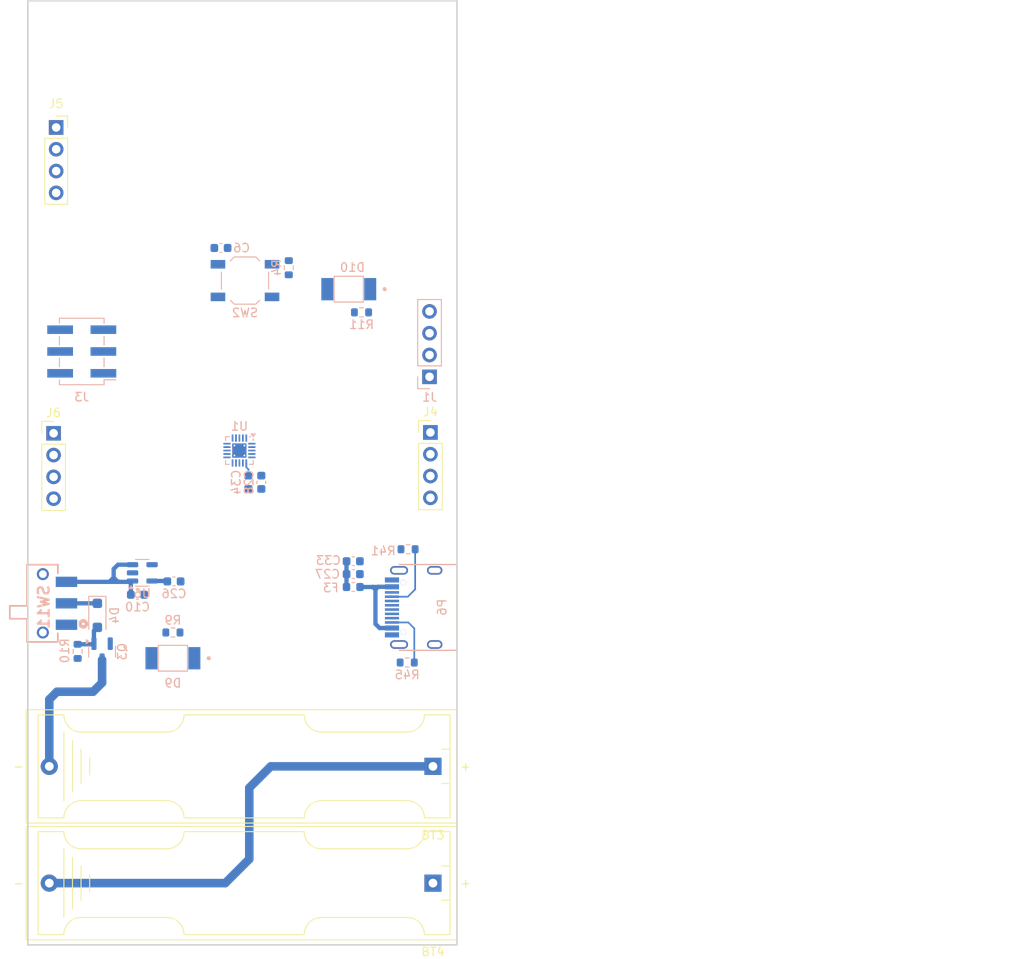
<source format=kicad_pcb>
(kicad_pcb (version 20241229) (generator "pcbnew") (generator_version "9.0")
  (layers (0 "F.Cu" signal) (2 "B.Cu" signal) (13 "F.Paste" user) (15 "B.Paste" user) (5 "F.SilkS" user "F.Silkscreen") (7 "B.SilkS" user "B.Silkscreen") (1 "F.Mask" user) (3 "B.Mask" user) (25 "Edge.Cuts" user))
  (net 0 "")
  (net 1 "GND")
  (net 2 "+3.3V")
  (net 3 "Net-(BT3--)")
  (net 4 "/NTST")
  (net 5 "Net-(SW11-A)")
  (net 6 "+3V3")
  (net 7 "VBUS")
  (net 8 "Net-(D4-K)")
  (net 9 "/LED1")
  (net 10 "Net-(D9-K)")
  (net 11 "/LED2")
  (net 12 "Net-(D10-K)")
  (net 13 "Net-(F3-Pad1)")
  (net 14 "/SWDIO")
  (net 15 "/SWCLK")
  (net 16 "/RX")
  (net 17 "/SDA")
  (net 18 "/SCL")
  (net 19 "/GPIO1")
  (net 20 "/GPIO2")
  (net 23 "Net-(P6-VCONN)")
  (net 25 "Net-(P6-CC)")
  (net 27 "+BATT")
  (net 28 "/TX")
  (footprint "Battery:BatteryHolder_Keystone_2466_1xAAA" (layer "F.Cu") (at 172.2 141.8 180)
    (property "Reference" "BT4" (at 0 -8 0) (layer "F.SilkS"))
    (property "Value" "Battery_Cell")
    (fp_line (start 47.4 6.6) (end 47.4 -6.6) (stroke (width 0.12)) (layer "F.SilkS"))
    (fp_line (start 47.4 -6.6) (end -2.8 -6.6) (stroke (width 0.12)) (layer "F.SilkS"))
    (fp_line (start 46 6) (end 43 6) (stroke (width 0.12)) (layer "F.SilkS"))
    (fp_line (start 46 -6) (end 46 6) (stroke (width 0.12)) (layer "F.SilkS"))
    (fp_line (start 46 -6) (end 43 -6) (stroke (width 0.12)) (layer "F.SilkS"))
    (fp_line (start 43 -4) (end 43 4) (stroke (width 0.12)) (layer "F.SilkS"))
    (fp_line (start 42 3) (end 42 -3) (stroke (width 0.12)) (layer "F.SilkS"))
    (fp_line (start 41 4) (end 31 4) (stroke (width 0.12)) (layer "F.SilkS"))
    (fp_line (start 41 -2) (end 41 2) (stroke (width 0.12)) (layer "F.SilkS"))
    (fp_line (start 41 -4) (end 31 -4) (stroke (width 0.12)) (layer "F.SilkS"))
    (fp_line (start 40 -1) (end 40 1) (stroke (width 0.12)) (layer "F.SilkS"))
    (fp_line (start 29 -6) (end 15 -6) (stroke (width 0.12)) (layer "F.SilkS"))
    (fp_line (start 15 6) (end 29 6) (stroke (width 0.12)) (layer "F.SilkS"))
    (fp_line (start 3 4) (end 13 4) (stroke (width 0.12)) (layer "F.SilkS"))
    (fp_line (start 3 -4) (end 13 -4) (stroke (width 0.12)) (layer "F.SilkS"))
    (fp_line (start -1 2) (end -2 2) (stroke (width 0.12)) (layer "F.SilkS"))
    (fp_line (start -2 6) (end 1 6) (stroke (width 0.12)) (layer "F.SilkS"))
    (fp_line (start -2 -2) (end -1 -2) (stroke (width 0.12)) (layer "F.SilkS"))
    (fp_line (start -2 -6) (end 1 -6) (stroke (width 0.12)) (layer "F.SilkS"))
    (fp_line (start -2 -6) (end -2 6) (stroke (width 0.12)) (layer "F.SilkS"))
    (fp_line (start -2.8 6.6) (end 47.4 6.6) (stroke (width 0.12)) (layer "F.SilkS"))
    (fp_line (start -2.8 -6.6) (end -2.8 6.6) (stroke (width 0.12)) (layer "F.SilkS"))
    (fp_arc (start 43 -6) (mid 42.414214 -4.585786) (end 41 -4) (stroke (width 0.12)) (layer "F.SilkS"))
    (fp_arc (start 41 4) (mid 42.414214 4.585786) (end 43 6) (stroke (width 0.12)) (layer "F.SilkS"))
    (fp_arc (start 31 -4) (mid 29.585786 -4.585786) (end 29 -6) (stroke (width 0.12)) (layer "F.SilkS"))
    (fp_arc (start 29 6) (mid 29.585786 4.585786) (end 31 4) (stroke (width 0.12)) (layer "F.SilkS"))
    (fp_arc (start 15 -6) (mid 14.414214 -4.585786) (end 13 -4) (stroke (width 0.12)) (layer "F.SilkS"))
    (fp_arc (start 13 4) (mid 14.414214 4.585786) (end 15 6) (stroke (width 0.12)) (layer "F.SilkS"))
    (fp_arc (start 3 -4) (mid 1.585786 -4.585786) (end 1 -6) (stroke (width 0.12)) (layer "F.SilkS"))
    (fp_arc (start 1 6) (mid 1.585786 4.585786) (end 3 4) (stroke (width 0.12)) (layer "F.SilkS"))
    (fp_text user "+" (at -3.81 0 0) (layer "F.SilkS"))
    (fp_text user "-" (at 48.26 0 0) (layer "F.SilkS"))
    (pad "1" thru_hole rect (at 0 0 180) (size 2 2) (drill 1.02) (layers "*.Cu" "*.Mask") (net 1 "GND"))
    (pad "2" thru_hole circle (at 44.7 0 180) (size 2 2) (drill 1.02) (layers "*.Cu" "*.Mask") (net 3 "Net-(BT3--)"))
  )
  (footprint "Connector_PinHeader_2.54mm:PinHeader_1x04_P2.54mm_Vertical" (layer "F.Cu") (at 171.9 89.29)
    (property "Reference" "J4" (at 0 -2.38 0) (layer "F.SilkS"))
    (property "Value" "Conn_01x04_Pin")
    (fp_line (start -1.38 -1.38) (end 0 -1.38) (stroke (width 0.12)) (layer "F.SilkS"))
    (fp_line (start -1.38 0) (end -1.38 -1.38) (stroke (width 0.12)) (layer "F.SilkS"))
    (fp_line (start -1.38 1.27) (end -1.38 9) (stroke (width 0.12)) (layer "F.SilkS"))
    (fp_line (start -1.38 1.27) (end 1.38 1.27) (stroke (width 0.12)) (layer "F.SilkS"))
    (fp_line (start -1.38 9) (end 1.38 9) (stroke (width 0.12)) (layer "F.SilkS"))
    (fp_line (start 1.38 1.27) (end 1.38 9) (stroke (width 0.12)) (layer "F.SilkS"))
    (pad "1" thru_hole rect (at 0 0) (size 1.7 1.7) (drill 1) (layers "*.Cu" "*.Mask") (net 16 "/RX"))
    (pad "2" thru_hole circle (at 0 2.54) (size 1.7 1.7) (drill 1) (layers "*.Cu" "*.Mask") (net 16 "/RX"))
    (pad "3" thru_hole circle (at 0 5.08) (size 1.7 1.7) (drill 1) (layers "*.Cu" "*.Mask") (net 1 "GND"))
    (pad "4" thru_hole circle (at 0 7.62) (size 1.7 1.7) (drill 1) (layers "*.Cu" "*.Mask") (net 1 "GND"))
  )
  (footprint "Connector_PinHeader_2.54mm:PinHeader_1x04_P2.54mm_Vertical" (layer "F.Cu") (at 128 89.39)
    (property "Reference" "J6" (at 0 -2.38 0) (layer "F.SilkS"))
    (property "Value" "Conn_01x04_Pin")
    (fp_line (start -1.38 -1.38) (end 0 -1.38) (stroke (width 0.12)) (layer "F.SilkS"))
    (fp_line (start -1.38 0) (end -1.38 -1.38) (stroke (width 0.12)) (layer "F.SilkS"))
    (fp_line (start -1.38 1.27) (end -1.38 9) (stroke (width 0.12)) (layer "F.SilkS"))
    (fp_line (start -1.38 1.27) (end 1.38 1.27) (stroke (width 0.12)) (layer "F.SilkS"))
    (fp_line (start -1.38 9) (end 1.38 9) (stroke (width 0.12)) (layer "F.SilkS"))
    (fp_line (start 1.38 1.27) (end 1.38 9) (stroke (width 0.12)) (layer "F.SilkS"))
    (pad "1" thru_hole rect (at 0 0) (size 1.7 1.7) (drill 1) (layers "*.Cu" "*.Mask") (net 28 "/TX"))
    (pad "2" thru_hole circle (at 0 2.54) (size 1.7 1.7) (drill 1) (layers "*.Cu" "*.Mask") (net 28 "/TX"))
    (pad "3" thru_hole circle (at 0 5.08) (size 1.7 1.7) (drill 1) (layers "*.Cu" "*.Mask") (net 1 "GND"))
    (pad "4" thru_hole circle (at 0 7.62) (size 1.7 1.7) (drill 1) (layers "*.Cu" "*.Mask") (net 1 "GND"))
  )
  (footprint "Connector_PinSocket_2.54mm:PinSocket_1x04_P2.54mm_Vertical" (layer "F.Cu") (at 128.3 53.76)
    (property "Reference" "J5" (at 0 -2.77 0) (layer "F.SilkS"))
    (property "Value" "I2C")
    (fp_line (start -1.33 1.27) (end -1.33 8.95) (stroke (width 0.12)) (layer "F.SilkS"))
    (fp_line (start -1.33 1.27) (end 1.33 1.27) (stroke (width 0.12)) (layer "F.SilkS"))
    (fp_line (start -1.33 8.95) (end 1.33 8.95) (stroke (width 0.12)) (layer "F.SilkS"))
    (fp_line (start 0 -1.33) (end 1.33 -1.33) (stroke (width 0.12)) (layer "F.SilkS"))
    (fp_line (start 1.33 -1.33) (end 1.33 0) (stroke (width 0.12)) (layer "F.SilkS"))
    (fp_line (start 1.33 1.27) (end 1.33 8.95) (stroke (width 0.12)) (layer "F.SilkS"))
    (pad "1" thru_hole rect (at 0 0) (size 1.7 1.7) (drill 1) (layers "*.Cu" "*.Mask") (net 17 "/SDA"))
    (pad "2" thru_hole circle (at 0 2.54) (size 1.7 1.7) (drill 1) (layers "*.Cu" "*.Mask") (net 18 "/SCL"))
    (pad "3" thru_hole circle (at 0 5.08) (size 1.7 1.7) (drill 1) (layers "*.Cu" "*.Mask") (net 2 "+3.3V"))
    (pad "4" thru_hole circle (at 0 7.62) (size 1.7 1.7) (drill 1) (layers "*.Cu" "*.Mask") (net 1 "GND"))
  )
  (footprint "Battery:BatteryHolder_Keystone_2466_1xAAA" (layer "F.Cu") (at 172.2 128.2 180)
    (property "Reference" "BT3" (at 0 -8 0) (layer "F.SilkS"))
    (property "Value" "Battery_Cell")
    (fp_line (start 47.4 6.6) (end 47.4 -6.6) (stroke (width 0.12)) (layer "F.SilkS"))
    (fp_line (start 47.4 -6.6) (end -2.8 -6.6) (stroke (width 0.12)) (layer "F.SilkS"))
    (fp_line (start 46 6) (end 43 6) (stroke (width 0.12)) (layer "F.SilkS"))
    (fp_line (start 46 -6) (end 46 6) (stroke (width 0.12)) (layer "F.SilkS"))
    (fp_line (start 46 -6) (end 43 -6) (stroke (width 0.12)) (layer "F.SilkS"))
    (fp_line (start 43 -4) (end 43 4) (stroke (width 0.12)) (layer "F.SilkS"))
    (fp_line (start 42 3) (end 42 -3) (stroke (width 0.12)) (layer "F.SilkS"))
    (fp_line (start 41 4) (end 31 4) (stroke (width 0.12)) (layer "F.SilkS"))
    (fp_line (start 41 -2) (end 41 2) (stroke (width 0.12)) (layer "F.SilkS"))
    (fp_line (start 41 -4) (end 31 -4) (stroke (width 0.12)) (layer "F.SilkS"))
    (fp_line (start 40 -1) (end 40 1) (stroke (width 0.12)) (layer "F.SilkS"))
    (fp_line (start 29 -6) (end 15 -6) (stroke (width 0.12)) (layer "F.SilkS"))
    (fp_line (start 15 6) (end 29 6) (stroke (width 0.12)) (layer "F.SilkS"))
    (fp_line (start 3 4) (end 13 4) (stroke (width 0.12)) (layer "F.SilkS"))
    (fp_line (start 3 -4) (end 13 -4) (stroke (width 0.12)) (layer "F.SilkS"))
    (fp_line (start -1 2) (end -2 2) (stroke (width 0.12)) (layer "F.SilkS"))
    (fp_line (start -2 6) (end 1 6) (stroke (width 0.12)) (layer "F.SilkS"))
    (fp_line (start -2 -2) (end -1 -2) (stroke (width 0.12)) (layer "F.SilkS"))
    (fp_line (start -2 -6) (end 1 -6) (stroke (width 0.12)) (layer "F.SilkS"))
    (fp_line (start -2 -6) (end -2 6) (stroke (width 0.12)) (layer "F.SilkS"))
    (fp_line (start -2.8 6.6) (end 47.4 6.6) (stroke (width 0.12)) (layer "F.SilkS"))
    (fp_line (start -2.8 -6.6) (end -2.8 6.6) (stroke (width 0.12)) (layer "F.SilkS"))
    (fp_arc (start 43 -6) (mid 42.414214 -4.585786) (end 41 -4) (stroke (width 0.12)) (layer "F.SilkS"))
    (fp_arc (start 41 4) (mid 42.414214 4.585786) (end 43 6) (stroke (width 0.12)) (layer "F.SilkS"))
    (fp_arc (start 31 -4) (mid 29.585786 -4.585786) (end 29 -6) (stroke (width 0.12)) (layer "F.SilkS"))
    (fp_arc (start 29 6) (mid 29.585786 4.585786) (end 31 4) (stroke (width 0.12)) (layer "F.SilkS"))
    (fp_arc (start 15 -6) (mid 14.414214 -4.585786) (end 13 -4) (stroke (width 0.12)) (layer "F.SilkS"))
    (fp_arc (start 13 4) (mid 14.414214 4.585786) (end 15 6) (stroke (width 0.12)) (layer "F.SilkS"))
    (fp_arc (start 3 -4) (mid 1.585786 -4.585786) (end 1 -6) (stroke (width 0.12)) (layer "F.SilkS"))
    (fp_arc (start 1 6) (mid 1.585786 4.585786) (end 3 4) (stroke (width 0.12)) (layer "F.SilkS"))
    (fp_text user "+" (at -3.81 0 0) (layer "F.SilkS"))
    (fp_text user "-" (at 48.26 0 0) (layer "F.SilkS"))
    (pad "1" thru_hole rect (at 0 0 180) (size 2 2) (drill 1.02) (layers "*.Cu" "*.Mask") (net 3 "Net-(BT3--)"))
    (pad "2" thru_hole circle (at 44.7 0 180) (size 2 2) (drill 1.02) (layers "*.Cu" "*.Mask") (net 27 "+BATT"))
  )
  (footprint "Resistor_SMD:R_0603_1608Metric" (layer "B.Cu") (at 169.2 116.1)
    (property "Reference" "R45" (at 0 1.43 0) (layer "B.SilkS") (effects (justify mirror)))
    (property "Value" "5k1")
    (fp_line (start -0.237258 -0.5225) (end 0.237258 -0.5225) (stroke (width 0.12)) (layer "B.SilkS"))
    (fp_line (start -0.237258 0.5225) (end 0.237258 0.5225) (stroke (width 0.12)) (layer "B.SilkS"))
    (pad "1" smd roundrect (at -0.825 0) (size 0.8 0.95) (layers "B.Cu" "B.Mask" "B.Paste") (net 1 "GND"))
    (pad "2" smd roundrect (at 0.825 0) (size 0.8 0.95) (layers "B.Cu" "B.Mask" "B.Paste") (net 23 "Net-(P6-VCONN)"))
  )
  (footprint "Package_DFN_QFN:QFN-20-1EP_3x3mm_P0.4mm_EP1.65x1.65mm_ThermalVias" (layer "B.Cu") (at 149.65 91.4 180)
    (property "Reference" "U1" (at 0 2.83 0) (layer "B.SilkS") (effects (justify mirror)))
    (property "Value" "PY32F030F28U6TR")
    (fp_line (start 1.61 1.61) (end 1.61 1.16) (stroke (width 0.12)) (layer "B.SilkS"))
    (fp_line (start 1.61 -1.61) (end 1.61 -1.16) (stroke (width 0.12)) (layer "B.SilkS"))
    (fp_line (start 1.16 1.61) (end 1.61 1.61) (stroke (width 0.12)) (layer "B.SilkS"))
    (fp_line (start 1.16 -1.61) (end 1.61 -1.61) (stroke (width 0.12)) (layer "B.SilkS"))
    (fp_line (start -1.16 1.61) (end -1.31 1.61) (stroke (width 0.12)) (layer "B.SilkS"))
    (fp_line (start -1.16 -1.61) (end -1.61 -1.61) (stroke (width 0.12)) (layer "B.SilkS"))
    (fp_line (start -1.61 1.16) (end -1.61 1.37) (stroke (width 0.12)) (layer "B.SilkS"))
    (fp_line (start -1.61 -1.61) (end -1.61 -1.16) (stroke (width 0.12)) (layer "B.SilkS"))
    (fp_poly (pts (xy -1.61 1.61) (xy -1.85 1.94) (xy -1.37 1.94)) (stroke (width 0.12)) (fill yes) (layer "B.SilkS"))
    (pad "1" smd roundrect (at -1.45 0.8 180) (size 0.85 0.2) (layers "B.Cu" "B.Mask" "B.Paste"))
    (pad "2" smd roundrect (at -1.45 0.4 180) (size 0.85 0.2) (layers "B.Cu" "B.Mask" "B.Paste") (net 9 "/LED1"))
    (pad "3" smd roundrect (at -1.45 0 180) (size 0.85 0.2) (layers "B.Cu" "B.Mask" "B.Paste") (net 11 "/LED2"))
    (pad "4" smd roundrect (at -1.45 -0.4 180) (size 0.85 0.2) (layers "B.Cu" "B.Mask" "B.Paste") (net 1 "GND"))
    (pad "5" smd roundrect (at -1.45 -0.8 180) (size 0.85 0.2) (layers "B.Cu" "B.Mask" "B.Paste"))
    (pad "6" smd roundrect (at -0.8 -1.45 180) (size 0.2 0.85) (layers "B.Cu" "B.Mask" "B.Paste") (net 2 "+3.3V"))
    (pad "7" smd roundrect (at -0.4 -1.45 180) (size 0.2 0.85) (layers "B.Cu" "B.Mask" "B.Paste") (net 14 "/SWDIO"))
    (pad "8" smd roundrect (at 0 -1.45 180) (size 0.2 0.85) (layers "B.Cu" "B.Mask" "B.Paste") (net 15 "/SWCLK"))
    (pad "9" smd roundrect (at 0.4 -1.45 180) (size 0.2 0.85) (layers "B.Cu" "B.Mask" "B.Paste"))
    (pad "10" smd roundrect (at 0.8 -1.45 180) (size 0.2 0.85) (layers "B.Cu" "B.Mask" "B.Paste"))
    (pad "11" smd roundrect (at 1.45 -0.8 180) (size 0.85 0.2) (layers "B.Cu" "B.Mask" "B.Paste"))
    (pad "12" smd roundrect (at 1.45 -0.4 180) (size 0.85 0.2) (layers "B.Cu" "B.Mask" "B.Paste"))
    (pad "13" smd roundrect (at 1.45 0 180) (size 0.85 0.2) (layers "B.Cu" "B.Mask" "B.Paste") (net 17 "/SDA"))
    (pad "14" smd roundrect (at 1.45 0.4 180) (size 0.85 0.2) (layers "B.Cu" "B.Mask" "B.Paste") (net 18 "/SCL"))
    (pad "15" smd roundrect (at 1.45 0.8 180) (size 0.85 0.2) (layers "B.Cu" "B.Mask" "B.Paste") (net 4 "/NTST"))
    (pad "16" smd roundrect (at 0.8 1.45 180) (size 0.2 0.85) (layers "B.Cu" "B.Mask" "B.Paste") (net 20 "/GPIO2"))
    (pad "17" smd roundrect (at 0.4 1.45 180) (size 0.2 0.85) (layers "B.Cu" "B.Mask" "B.Paste") (net 19 "/GPIO1"))
    (pad "18" smd roundrect (at 0 1.45 180) (size 0.2 0.85) (layers "B.Cu" "B.Mask" "B.Paste") (net 28 "/TX"))
    (pad "19" smd roundrect (at -0.4 1.45 180) (size 0.2 0.85) (layers "B.Cu" "B.Mask" "B.Paste") (net 16 "/RX"))
    (pad "20" smd roundrect (at -0.8 1.45 180) (size 0.2 0.85) (layers "B.Cu" "B.Mask" "B.Paste"))
    (pad "21" thru_hole circle (at -0.575 -0.575 180) (size 0.5 0.5) (drill 0.2) (property pad_prop_heatsink) (layers "*.Cu"))
    (pad "21" thru_hole circle (at -0.575 0.575 180) (size 0.5 0.5) (drill 0.2) (property pad_prop_heatsink) (layers "*.Cu"))
    (pad "21" smd rect (at 0 0 180) (size 1.65 1.65) (property pad_prop_heatsink) (layers "F.Cu"))
    (pad "21" smd rect (at 0 0 180) (size 1.65 1.65) (property pad_prop_heatsink) (layers "B.Cu" "B.Mask"))
    (pad "21" thru_hole circle (at 0.575 -0.575 180) (size 0.5 0.5) (drill 0.2) (property pad_prop_heatsink) (layers "*.Cu"))
    (pad "21" thru_hole circle (at 0.575 0.575 180) (size 0.5 0.5) (drill 0.2) (property pad_prop_heatsink) (layers "*.Cu"))
  )
  (footprint "Button_Switch_SMD:SW_SPST_TL3342" (layer "B.Cu") (at 150.3 71.6)
    (property "Reference" "SW2" (at 0 3.75 0) (layer "B.SilkS") (effects (justify mirror)))
    (property "Value" "RESET")
    (fp_line (start -2.75 1) (end -2.75 -1) (stroke (width 0.12)) (layer "B.SilkS"))
    (fp_line (start -1.7 -2.3) (end -1.25 -2.75) (stroke (width 0.12)) (layer "B.SilkS"))
    (fp_line (start -1.7 2.3) (end -1.25 2.75) (stroke (width 0.12)) (layer "B.SilkS"))
    (fp_line (start -1.25 -2.75) (end 1.25 -2.75) (stroke (width 0.12)) (layer "B.SilkS"))
    (fp_line (start -1.25 2.75) (end 1.25 2.75) (stroke (width 0.12)) (layer "B.SilkS"))
    (fp_line (start 1.7 -2.3) (end 1.25 -2.75) (stroke (width 0.12)) (layer "B.SilkS"))
    (fp_line (start 1.7 2.3) (end 1.25 2.75) (stroke (width 0.12)) (layer "B.SilkS"))
    (fp_line (start 2.75 1) (end 2.75 -1) (stroke (width 0.12)) (layer "B.SilkS"))
    (pad "1" smd rect (at -3.15 1.9) (size 1.7 1) (layers "B.Cu" "B.Mask" "B.Paste") (net 1 "GND"))
    (pad "1" smd rect (at 3.15 1.9) (size 1.7 1) (layers "B.Cu" "B.Mask" "B.Paste") (net 1 "GND"))
    (pad "2" smd rect (at -3.15 -1.9) (size 1.7 1) (layers "B.Cu" "B.Mask" "B.Paste") (net 4 "/NTST"))
    (pad "2" smd rect (at 3.15 -1.9) (size 1.7 1) (layers "B.Cu" "B.Mask" "B.Paste") (net 4 "/NTST"))
  )
  (footprint "Capacitor_SMD:C_0603_1608Metric" (layer "B.Cu") (at 152.2 95.1 -90)
    (property "Reference" "C28" (at 0 1.43 90) (layer "B.SilkS") (effects (justify mirror)))
    (property "Value" "10uF")
    (fp_line (start -0.14058 0.51) (end 0.14058 0.51) (stroke (width 0.12)) (layer "B.SilkS"))
    (fp_line (start -0.14058 -0.51) (end 0.14058 -0.51) (stroke (width 0.12)) (layer "B.SilkS"))
    (pad "1" smd roundrect (at -0.775 0 270) (size 0.9 0.95) (layers "B.Cu" "B.Mask" "B.Paste") (net 2 "+3.3V"))
    (pad "2" smd roundrect (at 0.775 0 270) (size 0.9 0.95) (layers "B.Cu" "B.Mask" "B.Paste") (net 1 "GND"))
  )
  (footprint "Package_TO_SOT_SMD:SOT-23" (layer "B.Cu") (at 133.65 114.8375 -90)
    (property "Reference" "Q3" (at 0 -2.35 90) (layer "B.SilkS") (effects (justify mirror)))
    (property "Value" "DMG3415U-7")
    (fp_line (start 0 1.56) (end -0.65 1.56) (stroke (width 0.12)) (layer "B.SilkS"))
    (fp_line (start 0 1.56) (end 0.65 1.56) (stroke (width 0.12)) (layer "B.SilkS"))
    (fp_line (start 0 -1.56) (end -0.65 -1.56) (stroke (width 0.12)) (layer "B.SilkS"))
    (fp_line (start 0 -1.56) (end 0.65 -1.56) (stroke (width 0.12)) (layer "B.SilkS"))
    (fp_poly (pts (xy -1.1625 1.51) (xy -1.4025 1.84) (xy -0.9225 1.84)) (stroke (width 0.12)) (fill yes) (layer "B.SilkS"))
    (pad "1" smd roundrect (at -0.9375 0.95 270) (size 1.475 0.6) (layers "B.Cu" "B.Mask" "B.Paste") (net 7 "VBUS"))
    (pad "2" smd roundrect (at -0.9375 -0.95 270) (size 1.475 0.6) (layers "B.Cu" "B.Mask" "B.Paste") (net 8 "Net-(D4-K)"))
    (pad "3" smd roundrect (at 0.9375 0 270) (size 1.475 0.6) (layers "B.Cu" "B.Mask" "B.Paste") (net 27 "+BATT"))
  )
  (footprint "Capacitor_SMD:C_0603_1608Metric" (layer "B.Cu") (at 142.025 106.65)
    (property "Reference" "C26" (at 0 1.43 0) (layer "B.SilkS") (effects (justify mirror)))
    (property "Value" "10uF")
    (fp_line (start -0.14058 -0.51) (end 0.14058 -0.51) (stroke (width 0.12)) (layer "B.SilkS"))
    (fp_line (start -0.14058 0.51) (end 0.14058 0.51) (stroke (width 0.12)) (layer "B.SilkS"))
    (pad "1" smd roundrect (at -0.775 0) (size 0.9 0.95) (layers "B.Cu" "B.Mask" "B.Paste") (net 6 "+3V3"))
    (pad "2" smd roundrect (at 0.775 0) (size 0.9 0.95) (layers "B.Cu" "B.Mask" "B.Paste") (net 1 "GND"))
  )
  (footprint "Capacitor_SMD:C_0603_1608Metric" (layer "B.Cu") (at 137.775 108.2)
    (property "Reference" "C10" (at 0 1.43 0) (layer "B.SilkS") (effects (justify mirror)))
    (property "Value" "10uF")
    (fp_line (start -0.14058 -0.51) (end 0.14058 -0.51) (stroke (width 0.12)) (layer "B.SilkS"))
    (fp_line (start -0.14058 0.51) (end 0.14058 0.51) (stroke (width 0.12)) (layer "B.SilkS"))
    (pad "1" smd roundrect (at -0.775 0) (size 0.9 0.95) (layers "B.Cu" "B.Mask" "B.Paste") (net 5 "Net-(SW11-A)"))
    (pad "2" smd roundrect (at 0.775 0) (size 0.9 0.95) (layers "B.Cu" "B.Mask" "B.Paste") (net 1 "GND"))
  )
  (footprint "Connector_PinHeader_2.54mm:PinHeader_1x04_P2.54mm_Vertical" (layer "B.Cu") (at 171.8 82.81)
    (property "Reference" "J1" (at 0 2.38 0) (layer "B.SilkS") (effects (justify mirror)))
    (property "Value" "SWDIO")
    (fp_line (start -1.38 -9) (end 1.38 -9) (stroke (width 0.12)) (layer "B.SilkS"))
    (fp_line (start -1.38 -1.27) (end -1.38 -9) (stroke (width 0.12)) (layer "B.SilkS"))
    (fp_line (start -1.38 -1.27) (end 1.38 -1.27) (stroke (width 0.12)) (layer "B.SilkS"))
    (fp_line (start -1.38 0) (end -1.38 1.38) (stroke (width 0.12)) (layer "B.SilkS"))
    (fp_line (start -1.38 1.38) (end 0 1.38) (stroke (width 0.12)) (layer "B.SilkS"))
    (fp_line (start 1.38 -1.27) (end 1.38 -9) (stroke (width 0.12)) (layer "B.SilkS"))
    (pad "1" thru_hole rect (at 0 0) (size 1.7 1.7) (drill 1) (layers "*.Cu" "*.Mask") (net 7 "VBUS"))
    (pad "2" thru_hole circle (at 0 -2.54) (size 1.7 1.7) (drill 1) (layers "*.Cu" "*.Mask") (net 14 "/SWDIO"))
    (pad "3" thru_hole circle (at 0 -5.08) (size 1.7 1.7) (drill 1) (layers "*.Cu" "*.Mask") (net 15 "/SWCLK"))
    (pad "4" thru_hole circle (at 0 -7.62) (size 1.7 1.7) (drill 1) (layers "*.Cu" "*.Mask") (net 1 "GND"))
  )
  (footprint "Resistor_SMD:R_0603_1608Metric" (layer "B.Cu") (at 155.4 70.1 -90)
    (property "Reference" "R4" (at 0 1.43 90) (layer "B.SilkS") (effects (justify mirror)))
    (property "Value" "10k")
    (fp_line (start -0.237258 0.5225) (end 0.237258 0.5225) (stroke (width 0.12)) (layer "B.SilkS"))
    (fp_line (start -0.237258 -0.5225) (end 0.237258 -0.5225) (stroke (width 0.12)) (layer "B.SilkS"))
    (pad "1" smd roundrect (at -0.825 0 270) (size 0.8 0.95) (layers "B.Cu" "B.Mask" "B.Paste") (net 4 "/NTST"))
    (pad "2" smd roundrect (at 0.825 0 270) (size 0.8 0.95) (layers "B.Cu" "B.Mask" "B.Paste") (net 6 "+3V3"))
  )
  (footprint "Diode_SMD:D_SOD-123F" (layer "B.Cu") (at 133.1 110.6 -90)
    (property "Reference" "D4" (at 0 -2 90) (layer "B.SilkS") (effects (justify mirror)))
    (property "Value" "MBR120")
    (fp_line (start -2.21 1) (end 1.65 1) (stroke (width 0.12)) (layer "B.SilkS"))
    (fp_line (start -2.21 1) (end -2.21 -1) (stroke (width 0.12)) (layer "B.SilkS"))
    (fp_line (start -2.21 -1) (end 1.65 -1) (stroke (width 0.12)) (layer "B.SilkS"))
    (pad "1" smd roundrect (at -1.4 0 270) (size 1.1 1.1) (layers "B.Cu" "B.Mask" "B.Paste") (roundrect_rratio 0.2272727273) (net 8 "Net-(D4-K)"))
    (pad "2" smd roundrect (at 1.4 0 270) (size 1.1 1.1) (layers "B.Cu" "B.Mask" "B.Paste") (roundrect_rratio 0.2272727273) (net 7 "VBUS"))
  )
  (footprint "Footprints:LYT77K-K2M1" (layer "B.Cu") (at 141.9 115.6 180)
    (property "Reference" "D9" (at 0 -2.9 0) (layer "B.SilkS") (effects (justify mirror)))
    (property "Value" "R_LED" (hide yes))
    (fp_line (start 1.7 1.5) (end 1.7 -1.5) (stroke (width 0.127)) (layer "B.SilkS"))
    (fp_line (start 1.7 -1.5) (end -1.7 -1.5) (stroke (width 0.127)) (layer "B.SilkS"))
    (fp_line (start -1.7 1.5) (end 1.7 1.5) (stroke (width 0.127)) (layer "B.SilkS"))
    (fp_line (start -1.7 -1.5) (end -1.7 1.5) (stroke (width 0.127)) (layer "B.SilkS"))
    (fp_circle (center -4.18 0) (end -4.06 0) (stroke (width 0.24)) (fill no) (layer "B.SilkS"))
    (pad "1" smd rect (at -2.5 0 180) (size 1.4 2.6) (layers "B.Cu" "B.Mask" "B.Paste") (net 10 "Net-(D9-K)"))
    (pad "2" smd rect (at 2.5 0 180) (size 1.4 2.6) (layers "B.Cu" "B.Mask" "B.Paste") (net 9 "/LED1"))
  )
  (footprint "Package_TO_SOT_SMD:SOT-23-5" (layer "B.Cu") (at 138.3375 105.65)
    (property "Reference" "U6" (at 0 2.4 0) (layer "B.SilkS") (effects (justify mirror)))
    (property "Value" "AP2112K-3.3")
    (fp_line (start 0 -1.56) (end -0.8 -1.56) (stroke (width 0.12)) (layer "B.SilkS"))
    (fp_line (start 0 -1.56) (end 0.8 -1.56) (stroke (width 0.12)) (layer "B.SilkS"))
    (fp_line (start 0 1.56) (end -0.8 1.56) (stroke (width 0.12)) (layer "B.SilkS"))
    (fp_line (start 0 1.56) (end 0.8 1.56) (stroke (width 0.12)) (layer "B.SilkS"))
    (fp_poly (pts (xy -1.3 1.51) (xy -1.54 1.84) (xy -1.06 1.84)) (stroke (width 0.12)) (fill yes) (layer "B.SilkS"))
    (pad "1" smd roundrect (at -1.1375 0.95) (size 1.325 0.6) (layers "B.Cu" "B.Mask" "B.Paste") (net 5 "Net-(SW11-A)"))
    (pad "2" smd roundrect (at -1.1375 0) (size 1.325 0.6) (layers "B.Cu" "B.Mask" "B.Paste") (net 1 "GND"))
    (pad "3" smd roundrect (at -1.1375 -0.95) (size 1.325 0.6) (layers "B.Cu" "B.Mask" "B.Paste") (net 5 "Net-(SW11-A)"))
    (pad "4" smd roundrect (at 1.1375 -0.95) (size 1.325 0.6) (layers "B.Cu" "B.Mask" "B.Paste"))
    (pad "5" smd roundrect (at 1.1375 0.95) (size 1.325 0.6) (layers "B.Cu" "B.Mask" "B.Paste") (net 6 "+3V3"))
  )
  (footprint "Fuse:Fuse_0603_1608Metric" (layer "B.Cu") (at 162.9125 107.3 180)
    (property "Reference" "F3" (at 2.6125 -0.1 0) (layer "B.SilkS") (effects (justify mirror)))
    (property "Value" "750mA")
    (fp_line (start -0.162779 0.51) (end 0.162779 0.51) (stroke (width 0.12)) (layer "B.SilkS"))
    (fp_line (start -0.162779 -0.51) (end 0.162779 -0.51) (stroke (width 0.12)) (layer "B.SilkS"))
    (pad "1" smd roundrect (at -0.7875 0 180) (size 0.875 0.95) (layers "B.Cu" "B.Mask" "B.Paste") (net 13 "Net-(F3-Pad1)"))
    (pad "2" smd roundrect (at 0.7875 0 180) (size 0.875 0.95) (layers "B.Cu" "B.Mask" "B.Paste") (net 7 "VBUS"))
  )
  (footprint "Capacitor_SMD:C_0603_1608Metric" (layer "B.Cu") (at 162.9125 104.3)
    (property "Reference" "C33" (at -2.9 -0.1 0) (layer "B.SilkS") (effects (justify mirror)))
    (property "Value" "100nF")
    (fp_line (start -0.14058 -0.51) (end 0.14058 -0.51) (stroke (width 0.12)) (layer "B.SilkS"))
    (fp_line (start -0.14058 0.51) (end 0.14058 0.51) (stroke (width 0.12)) (layer "B.SilkS"))
    (pad "1" smd roundrect (at -0.775 0) (size 0.9 0.95) (layers "B.Cu" "B.Mask" "B.Paste") (net 7 "VBUS"))
    (pad "2" smd roundrect (at 0.775 0) (size 0.9 0.95) (layers "B.Cu" "B.Mask" "B.Paste") (net 1 "GND"))
  )
  (footprint "Resistor_SMD:R_0603_1608Metric" (layer "B.Cu") (at 169.3 102.9)
    (property "Reference" "R41" (at -2.9 0.2 0) (layer "B.SilkS") (effects (justify mirror)))
    (property "Value" "5k1")
    (fp_line (start -0.237258 -0.5225) (end 0.237258 -0.5225) (stroke (width 0.12)) (layer "B.SilkS"))
    (fp_line (start -0.237258 0.5225) (end 0.237258 0.5225) (stroke (width 0.12)) (layer "B.SilkS"))
    (pad "1" smd roundrect (at -0.825 0) (size 0.8 0.95) (layers "B.Cu" "B.Mask" "B.Paste") (net 1 "GND"))
    (pad "2" smd roundrect (at 0.825 0) (size 0.8 0.95) (layers "B.Cu" "B.Mask" "B.Paste") (net 25 "Net-(P6-CC)"))
  )
  (footprint "Footprints:C393939" (layer "B.Cu") (at 168.25 109.68 -90)
    (property "Reference" "P6" (at -0.017333 -5.0083 90) (layer "B.SilkS") (effects (justify mirror)))
    (property "Value" "USB_C_Plug_USB2.0" (hide yes))
    (fp_line (start -5 0) (end -5 -6.75) (stroke (width 0.15)) (layer "B.SilkS"))
    (fp_line (start -5 -6.75) (end 5 -6.75) (stroke (width 0.15)) (layer "B.SilkS"))
    (fp_line (start 5 -6.75) (end 5 0) (stroke (width 0.15)) (layer "B.SilkS"))
    (pad "" thru_hole circle (at -2.89 -0.5 270) (size 0.65 0.65) (drill 0.65) (layers "*.Cu" "*.Mask"))
    (pad "" thru_hole circle (at 2.89 -0.5 270) (size 0.65 0.65) (drill 0.65) (layers "*.Cu" "*.Mask"))
    (pad "A1" smd rect (at -3.2 0.825 270) (size 0.6 1.65) (layers "B.Cu" "B.Mask" "B.Paste") (net 1 "GND"))
    (pad "A1" smd rect (at 3.2 0.825 270) (size 0.6 1.65) (layers "B.Cu" "B.Mask" "B.Paste") (net 1 "GND"))
    (pad "A4" smd rect (at -2.4 0.825 270) (size 0.6 1.65) (layers "B.Cu" "B.Mask" "B.Paste") (net 13 "Net-(F3-Pad1)"))
    (pad "A4" smd rect (at 2.4 0.825 270) (size 0.6 1.65) (layers "B.Cu" "B.Mask" "B.Paste") (net 13 "Net-(F3-Pad1)"))
    (pad "A5" smd rect (at -1.25 0.825 270) (size 0.3 1.65) (layers "B.Cu" "B.Mask" "B.Paste") (net 25 "Net-(P6-CC)"))
    (pad "A6" smd rect (at -0.25 0.825 270) (size 0.3 1.65) (layers "B.Cu" "B.Mask" "B.Paste"))
    (pad "A6" smd rect (at 0.75 0.825 270) (size 0.3 1.65) (layers "B.Cu" "B.Mask" "B.Paste"))
    (pad "A7" smd rect (at -0.75 0.825 270) (size 0.3 1.65) (layers "B.Cu" "B.Mask" "B.Paste"))
    (pad "A7" smd rect (at 0.25 0.825 270) (size 0.3 1.65) (layers "B.Cu" "B.Mask" "B.Paste"))
    (pad "A8" smd rect (at -1.75 0.825 270) (size 0.3 1.65) (layers "B.Cu" "B.Mask" "B.Paste"))
    (pad "B5" smd rect (at 1.75 0.825 270) (size 0.3 1.65) (layers "B.Cu" "B.Mask" "B.Paste") (net 23 "Net-(P6-VCONN)"))
    (pad "B8" smd rect (at 1.25 0.825 270) (size 0.3 1.65) (layers "B.Cu" "B.Mask" "B.Paste"))
    (pad "S1" thru_hole oval (at -4.32 -4.15 270) (size 1 1.8) (drill oval 0.6 1.4) (layers "*.Cu" "*.Mask") (net 1 "GND"))
    (pad "S1" thru_hole oval (at -4.32 0 270) (size 1 2.1) (drill oval 0.6 1.7) (layers "*.Cu" "*.Mask") (net 1 "GND"))
    (pad "S1" thru_hole oval (at 4.32 -4.15 270) (size 1 1.8) (drill oval 0.6 1.4) (layers "*.Cu" "*.Mask") (net 1 "GND"))
    (pad "S1" thru_hole oval (at 4.32 0 270) (size 1 2.1) (drill oval 0.6 1.7) (layers "*.Cu" "*.Mask") (net 1 "GND"))
  )
  (footprint "Capacitor_SMD:C_0603_1608Metric" (layer "B.Cu") (at 150.7 95.1 -90)
    (property "Reference" "C34" (at 0 1.43 90) (layer "B.SilkS") (effects (justify mirror)))
    (property "Value" "100nF")
    (fp_line (start -0.14058 0.51) (end 0.14058 0.51) (stroke (width 0.12)) (layer "B.SilkS"))
    (fp_line (start -0.14058 -0.51) (end 0.14058 -0.51) (stroke (width 0.12)) (layer "B.SilkS"))
    (pad "1" smd roundrect (at -0.775 0 270) (size 0.9 0.95) (layers "B.Cu" "B.Mask" "B.Paste") (net 2 "+3.3V"))
    (pad "2" smd roundrect (at 0.775 0 270) (size 0.9 0.95) (layers "B.Cu" "B.Mask" "B.Paste") (net 1 "GND"))
  )
  (footprint "Resistor_SMD:R_0603_1608Metric" (layer "B.Cu") (at 163.875 75.3)
    (property "Reference" "R11" (at 0 1.43 0) (layer "B.SilkS") (effects (justify mirror)))
    (property "Value" "220")
    (fp_line (start -0.237258 -0.5225) (end 0.237258 -0.5225) (stroke (width 0.12)) (layer "B.SilkS"))
    (fp_line (start -0.237258 0.5225) (end 0.237258 0.5225) (stroke (width 0.12)) (layer "B.SilkS"))
    (pad "1" smd roundrect (at -0.825 0) (size 0.8 0.95) (layers "B.Cu" "B.Mask" "B.Paste") (net 12 "Net-(D10-K)"))
    (pad "2" smd roundrect (at 0.825 0) (size 0.8 0.95) (layers "B.Cu" "B.Mask" "B.Paste") (net 1 "GND"))
  )
  (footprint "Resistor_SMD:R_0603_1608Metric" (layer "B.Cu") (at 141.9 112.6 180)
    (property "Reference" "R9" (at 0 1.43 0) (layer "B.SilkS") (effects (justify mirror)))
    (property "Value" "220")
    (fp_line (start -0.237258 0.5225) (end 0.237258 0.5225) (stroke (width 0.12)) (layer "B.SilkS"))
    (fp_line (start -0.237258 -0.5225) (end 0.237258 -0.5225) (stroke (width 0.12)) (layer "B.SilkS"))
    (pad "1" smd roundrect (at -0.825 0 180) (size 0.8 0.95) (layers "B.Cu" "B.Mask" "B.Paste") (net 10 "Net-(D9-K)"))
    (pad "2" smd roundrect (at 0.825 0 180) (size 0.8 0.95) (layers "B.Cu" "B.Mask" "B.Paste") (net 1 "GND"))
  )
  (footprint "Footprints:JS102011SAQN" (layer "B.Cu") (at 128.5 109.2 90)
    (property "Reference" "SW11" (at -0.43 -1.647 90) (layer "B.SilkS") (effects (font (size 1.27 1.27) (thickness 0.254)) (justify mirror)))
    (property "Value" "ON" (hide yes))
    (fp_line (start -0.3 -5.6) (end -0.3 -3.6) (stroke (width 0.2)) (layer "B.SilkS"))
    (fp_line (start -1.8 -5.6) (end -0.3 -5.6) (stroke (width 0.2)) (layer "B.SilkS"))
    (fp_line (start 4.5 -3.6) (end 4.5 0) (stroke (width 0.2)) (layer "B.SilkS"))
    (fp_line (start -0.3 -3.6) (end 4.5 -3.6) (stroke (width 0.2)) (layer "B.SilkS"))
    (fp_line (start -1.8 -3.6) (end -1.8 -5.6) (stroke (width 0.2)) (layer "B.SilkS"))
    (fp_line (start -4.5 -3.6) (end -1.8 -3.6) (stroke (width 0.2)) (layer "B.SilkS"))
    (fp_line (start 4.5 0) (end 3.5 0) (stroke (width 0.2)) (layer "B.SilkS"))
    (fp_line (start -4.5 0) (end -4.5 -3.6) (stroke (width 0.2)) (layer "B.SilkS"))
    (fp_line (start -4.5 0) (end -3.5 0) (stroke (width 0.2)) (layer "B.SilkS"))
    (fp_circle (center -2.399 2.96) (end -2.399 2.79585) (stroke (width 0.4)) (fill no) (layer "B.SilkS"))
    (pad "1" smd rect (at -2.5 1 90) (size 1.2 2.5) (layers "B.Cu" "B.Mask" "B.Paste"))
    (pad "2" smd rect (at 0 1 90) (size 1.2 2.5) (layers "B.Cu" "B.Mask" "B.Paste") (net 8 "Net-(D4-K)"))
    (pad "3" smd rect (at 2.5 1 90) (size 1.2 2.5) (layers "B.Cu" "B.Mask" "B.Paste") (net 5 "Net-(SW11-A)"))
    (pad "4" thru_hole circle (at -3.4 -1.75 90) (size 1.4 1.4) (drill 0.9) (layers "*.Cu" "*.Mask"))
    (pad "5" thru_hole circle (at 3.4 -1.75 90) (size 1.4 1.4) (drill 0.9) (layers "*.Cu" "*.Mask"))
  )
  (footprint "Capacitor_SMD:C_0603_1608Metric" (layer "B.Cu") (at 162.9125 105.8)
    (property "Reference" "C27" (at -3 0 0) (layer "B.SilkS") (effects (justify mirror)))
    (property "Value" "10uF")
    (fp_line (start -0.14058 -0.51) (end 0.14058 -0.51) (stroke (width 0.12)) (layer "B.SilkS"))
    (fp_line (start -0.14058 0.51) (end 0.14058 0.51) (stroke (width 0.12)) (layer "B.SilkS"))
    (pad "1" smd roundrect (at -0.775 0) (size 0.9 0.95) (layers "B.Cu" "B.Mask" "B.Paste") (net 7 "VBUS"))
    (pad "2" smd roundrect (at 0.775 0) (size 0.9 0.95) (layers "B.Cu" "B.Mask" "B.Paste") (net 1 "GND"))
  )
  (footprint "Footprints:LYT77K-K2M1" (layer "B.Cu") (at 162.39 72.6 180)
    (property "Reference" "D10" (at -0.43011 2.5356 0) (layer "B.SilkS") (effects (justify mirror)))
    (property "Value" "R_LED" (hide yes))
    (fp_line (start 1.7 1.5) (end 1.7 -1.5) (stroke (width 0.127)) (layer "B.SilkS"))
    (fp_line (start 1.7 -1.5) (end -1.7 -1.5) (stroke (width 0.127)) (layer "B.SilkS"))
    (fp_line (start -1.7 1.5) (end 1.7 1.5) (stroke (width 0.127)) (layer "B.SilkS"))
    (fp_line (start -1.7 -1.5) (end -1.7 1.5) (stroke (width 0.127)) (layer "B.SilkS"))
    (fp_circle (center -4.18 0) (end -4.06 0) (stroke (width 0.24)) (fill no) (layer "B.SilkS"))
    (pad "1" smd rect (at -2.5 0 180) (size 1.4 2.6) (layers "B.Cu" "B.Mask" "B.Paste") (net 12 "Net-(D10-K)"))
    (pad "2" smd rect (at 2.5 0 180) (size 1.4 2.6) (layers "B.Cu" "B.Mask" "B.Paste") (net 11 "/LED2"))
  )
  (footprint "Resistor_SMD:R_0603_1608Metric" (layer "B.Cu") (at 130.8 114.8 -90)
    (property "Reference" "R10" (at -0.075 1.5 90) (layer "B.SilkS") (effects (justify mirror)))
    (property "Value" "100K")
    (fp_line (start -0.237258 0.5225) (end 0.237258 0.5225) (stroke (width 0.12)) (layer "B.SilkS"))
    (fp_line (start -0.237258 -0.5225) (end 0.237258 -0.5225) (stroke (width 0.12)) (layer "B.SilkS"))
    (pad "1" smd roundrect (at -0.825 0 270) (size 0.8 0.95) (layers "B.Cu" "B.Mask" "B.Paste") (net 7 "VBUS"))
    (pad "2" smd roundrect (at 0.825 0 270) (size 0.8 0.95) (layers "B.Cu" "B.Mask" "B.Paste") (net 1 "GND"))
  )
  (footprint "Connector_PinSocket_2.54mm:PinSocket_2x03_P2.54mm_Vertical_SMD" (layer "B.Cu") (at 131.28 79.86)
    (property "Reference" "J3" (at 0 5.31 0) (layer "B.SilkS") (effects (justify mirror)))
    (property "Value" "ADDON")
    (fp_line (start -2.6 -3.87) (end 2.6 -3.87) (stroke (width 0.12)) (layer "B.SilkS"))
    (fp_line (start -2.6 -3.3) (end -2.6 -3.87) (stroke (width 0.12)) (layer "B.SilkS"))
    (fp_line (start -2.6 -0.76) (end -2.6 -1.78) (stroke (width 0.12)) (layer "B.SilkS"))
    (fp_line (start -2.6 1.78) (end -2.6 0.76) (stroke (width 0.12)) (layer "B.SilkS"))
    (fp_line (start -2.6 3.87) (end -2.6 3.3) (stroke (width 0.12)) (layer "B.SilkS"))
    (fp_line (start -2.6 3.87) (end 2.6 3.87) (stroke (width 0.12)) (layer "B.SilkS"))
    (fp_line (start 2.6 -3.3) (end 2.6 -3.87) (stroke (width 0.12)) (layer "B.SilkS"))
    (fp_line (start 2.6 -0.76) (end 2.6 -1.78) (stroke (width 0.12)) (layer "B.SilkS"))
    (fp_line (start 2.6 1.78) (end 2.6 0.76) (stroke (width 0.12)) (layer "B.SilkS"))
    (fp_line (start 2.6 3.3) (end 3.96 3.3) (stroke (width 0.12)) (layer "B.SilkS"))
    (fp_line (start 2.6 3.87) (end 2.6 3.3) (stroke (width 0.12)) (layer "B.SilkS"))
    (pad "1" smd rect (at 2.52 2.54) (size 3 1) (layers "B.Cu" "B.Mask" "B.Paste") (net 6 "+3V3"))
    (pad "2" smd rect (at -2.52 2.54) (size 3 1) (layers "B.Cu" "B.Mask" "B.Paste") (net 1 "GND"))
    (pad "3" smd rect (at 2.52 0) (size 3 1) (layers "B.Cu" "B.Mask" "B.Paste") (net 17 "/SDA"))
    (pad "4" smd rect (at -2.52 0) (size 3 1) (layers "B.Cu" "B.Mask" "B.Paste") (net 18 "/SCL"))
    (pad "5" smd rect (at 2.52 -2.54) (size 3 1) (layers "B.Cu" "B.Mask" "B.Paste") (net 19 "/GPIO1"))
    (pad "6" smd rect (at -2.52 -2.54) (size 3 1) (layers "B.Cu" "B.Mask" "B.Paste") (net 20 "/GPIO2"))
  )
  (footprint "Capacitor_SMD:C_0603_1608Metric" (layer "B.Cu") (at 147.5 67.8)
    (property "Reference" "C6" (at 2.4 0 0) (layer "B.SilkS") (effects (justify mirror)))
    (property "Value" "100nF")
    (fp_line (start -0.14058 -0.51) (end 0.14058 -0.51) (stroke (width 0.12)) (layer "B.SilkS"))
    (fp_line (start -0.14058 0.51) (end 0.14058 0.51) (stroke (width 0.12)) (layer "B.SilkS"))
    (pad "1" smd roundrect (at -0.775 0) (size 0.9 0.95) (layers "B.Cu" "B.Mask" "B.Paste") (net 4 "/NTST"))
    (pad "2" smd roundrect (at 0.775 0) (size 0.9 0.95) (layers "B.Cu" "B.Mask" "B.Paste") (net 1 "GND"))
  )
  (gr_line (start 175 149) (end 125 149) (stroke (width 0.18)) (layer "Edge.Cuts"))
  (gr_line (start 175 39) (end 175 149) (stroke (width 0.18)) (layer "Edge.Cuts"))
  (gr_line (start 125 39) (end 175 39) (stroke (width 0.18)) (layer "Edge.Cuts"))
  (gr_line (start 125 149) (end 125 39) (stroke (width 0.18)) (layer "Edge.Cuts"))
  (segment (start 150.7 93.6) (end 150.7 94.325) (width 0.2) (layer "B.Cu") (net 2))
  (segment (start 150.45 93.35) (end 150.7 93.6) (width 0.2) (layer "B.Cu") (net 2))
  (segment (start 150.45 92.85) (end 150.45 93.35) (width 0.2) (layer "B.Cu") (net 2))
  (segment (start 150.45 94.275) (end 150.4 94.325) (width 0.2) (layer "B.Cu") (net 2))
  (segment (start 150.8 130.7) (end 150.8 139) (width 1) (layer "B.Cu") (net 3))
  (segment (start 153.3 128.2) (end 150.8 130.7) (width 1) (layer "B.Cu") (net 3))
  (segment (start 148 141.8) (end 127.5 141.8) (width 1) (layer "B.Cu") (net 3))
  (segment (start 172.2 128.2) (end 153.3 128.2) (width 1) (layer "B.Cu") (net 3))
  (segment (start 150.8 139) (end 148 141.8) (width 1) (layer "B.Cu") (net 3))
  (segment (start 134.5 106.7) (end 135 106.2) (width 0.5) (layer "B.Cu") (net 5))
  (segment (start 135.5 104.7) (end 135 105.2) (width 0.5) (layer "B.Cu") (net 5))
  (segment (start 135.5 106.7) (end 135 106.2) (width 0.5) (layer "B.Cu") (net 5))
  (segment (start 137.1 106.7) (end 137.2 106.6) (width 0.5) (layer "B.Cu") (net 5))
  (segment (start 137.2 104.7) (end 135.5 104.7) (width 0.5) (layer "B.Cu") (net 5))
  (segment (start 134.5 106.7) (end 135 106.7) (width 0.5) (layer "B.Cu") (net 5))
  (segment (start 135 105.2) (end 135 106.2) (width 0.5) (layer "B.Cu") (net 5))
  (segment (start 137 108.2) (end 137 106.8) (width 0.5) (layer "B.Cu") (net 5))
  (segment (start 135 106.7) (end 135.6 106.7) (width 0.5) (layer "B.Cu") (net 5))
  (segment (start 135 106.2) (end 135 106.7) (width 0.5) (layer "B.Cu") (net 5))
  (segment (start 137 106.8) (end 137.2 106.6) (width 0.5) (layer "B.Cu") (net 5))
  (segment (start 129.5 106.7) (end 134.5 106.7) (width 0.5) (layer "B.Cu") (net 5))
  (segment (start 135.6 106.7) (end 135.5 106.7) (width 0.5) (layer "B.Cu") (net 5))
  (segment (start 135.6 106.7) (end 137.1 106.7) (width 0.5) (layer "B.Cu") (net 5))
  (segment (start 139.475 106.6) (end 141.2 106.6) (width 0.5) (layer "B.Cu") (net 6))
  (segment (start 141.2 106.6) (end 141.25 106.65) (width 0.5) (layer "B.Cu") (net 6))
  (segment (start 132.7 113.9) (end 132.7 112.4) (width 0.5) (layer "B.Cu") (net 7))
  (segment (start 130.8 113.975) (end 132.625 113.975) (width 0.5) (layer "B.Cu") (net 7))
  (segment (start 162.125 107.3) (end 162.125 104.3125) (width 0.5) (layer "B.Cu") (net 7))
  (segment (start 162.125 104.3125) (end 162.1375 104.3) (width 0.5) (layer "B.Cu") (net 7))
  (segment (start 132.7 112.4) (end 133.1 112) (width 0.5) (layer "B.Cu") (net 7))
  (segment (start 132.625 113.975) (end 132.7 113.9) (width 0.5) (layer "B.Cu") (net 7))
  (segment (start 133.1 109.2) (end 129.5 109.2) (width 0.5) (layer "B.Cu") (net 8))
  (segment (start 165.82 107.28) (end 165.8 107.3) (width 0.5) (layer "B.Cu") (net 13))
  (segment (start 165.8 107.3) (end 165.1 107.3) (width 0.5) (layer "B.Cu") (net 13))
  (segment (start 167.425 112.08) (end 165.98 112.08) (width 0.5) (layer "B.Cu") (net 13))
  (segment (start 165.82 107.28) (end 167.425 107.28) (width 0.5) (layer "B.Cu") (net 13))
  (segment (start 165.2 107.3) (end 165.5 107.6) (width 0.5) (layer "B.Cu") (net 13))
  (segment (start 165.5 111.6) (end 165.5 107.6) (width 0.5) (layer "B.Cu") (net 13))
  (segment (start 165.5 107.6) (end 165.82 107.28) (width 0.5) (layer "B.Cu") (net 13))
  (segment (start 165.1 107.3) (end 163.7 107.3) (width 0.5) (layer "B.Cu") (net 13))
  (segment (start 165.1 107.3) (end 165.2 107.3) (width 0.5) (layer "B.Cu") (net 13))
  (segment (start 165.98 112.08) (end 165.5 111.6) (width 0.5) (layer "B.Cu") (net 13))
  (segment (start 169.33 111.43) (end 167.425 111.43) (width 0.2) (layer "B.Cu") (net 23))
  (segment (start 170.025 112.125) (end 169.33 111.43) (width 0.2) (layer "B.Cu") (net 23))
  (segment (start 170.025 116.1) (end 170.025 112.125) (width 0.2) (layer "B.Cu") (net 23))
  (segment (start 170.125 107.575) (end 169.27 108.43) (width 0.2) (layer "B.Cu") (net 25))
  (segment (start 170.125 102.9) (end 170.125 107.575) (width 0.2) (layer "B.Cu") (net 25))
  (segment (start 169.27 108.43) (end 167.425 108.43) (width 0.2) (layer "B.Cu") (net 25))
  (segment (start 128.4 119.5) (end 132.6 119.5) (width 1) (layer "B.Cu") (net 27))
  (segment (start 133.65 118.45) (end 133.65 115.775) (width 1) (layer "B.Cu") (net 27))
  (segment (start 132.6 119.5) (end 133.65 118.45) (width 1) (layer "B.Cu") (net 27))
  (segment (start 127.5 120.4) (end 128.4 119.5) (width 1) (layer "B.Cu") (net 27))
  (segment (start 127.5 128.2) (end 127.5 120.4) (width 1) (layer "B.Cu") (net 27))
)
</source>
